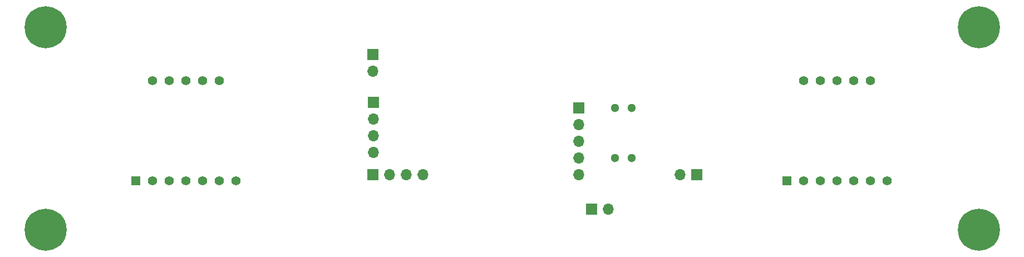
<source format=gbr>
%TF.GenerationSoftware,KiCad,Pcbnew,(5.1.9)-1*%
%TF.CreationDate,2021-04-24T21:51:37+02:00*%
%TF.ProjectId,Hoofdbord,486f6f66-6462-46f7-9264-2e6b69636164,rev?*%
%TF.SameCoordinates,Original*%
%TF.FileFunction,Soldermask,Bot*%
%TF.FilePolarity,Negative*%
%FSLAX46Y46*%
G04 Gerber Fmt 4.6, Leading zero omitted, Abs format (unit mm)*
G04 Created by KiCad (PCBNEW (5.1.9)-1) date 2021-04-24 21:51:37*
%MOMM*%
%LPD*%
G01*
G04 APERTURE LIST*
%ADD10R,1.416000X1.416000*%
%ADD11C,1.416000*%
%ADD12C,6.400000*%
%ADD13C,0.800000*%
%ADD14O,1.700000X1.700000*%
%ADD15R,1.700000X1.700000*%
%ADD16C,1.300000*%
G04 APERTURE END LIST*
D10*
%TO.C,DS1*%
X206883000Y-83185000D03*
D11*
X209423000Y-83185000D03*
X211963000Y-83185000D03*
X214503000Y-83185000D03*
X217043000Y-83185000D03*
X219583000Y-83185000D03*
X222123000Y-83185000D03*
X219583000Y-67945000D03*
X217043000Y-67945000D03*
X214503000Y-67945000D03*
X211963000Y-67945000D03*
X209423000Y-67945000D03*
%TD*%
D12*
%TO.C,*%
X94107000Y-59817000D03*
D13*
X96507000Y-59817000D03*
X95804056Y-61514056D03*
X94107000Y-62217000D03*
X92409944Y-61514056D03*
X91707000Y-59817000D03*
X92409944Y-58119944D03*
X94107000Y-57417000D03*
X95804056Y-58119944D03*
%TD*%
D12*
%TO.C,*%
X236093000Y-90678000D03*
D13*
X238493000Y-90678000D03*
X237790056Y-92375056D03*
X236093000Y-93078000D03*
X234395944Y-92375056D03*
X233693000Y-90678000D03*
X234395944Y-88980944D03*
X236093000Y-88278000D03*
X237790056Y-88980944D03*
%TD*%
D12*
%TO.C,*%
X94107000Y-90678000D03*
D13*
X96507000Y-90678000D03*
X95804056Y-92375056D03*
X94107000Y-93078000D03*
X92409944Y-92375056D03*
X91707000Y-90678000D03*
X92409944Y-88980944D03*
X94107000Y-88278000D03*
X95804056Y-88980944D03*
%TD*%
D12*
%TO.C,*%
X236093000Y-59817000D03*
D13*
X238493000Y-59817000D03*
X237790056Y-61514056D03*
X236093000Y-62217000D03*
X234395944Y-61514056D03*
X233693000Y-59817000D03*
X234395944Y-58119944D03*
X236093000Y-57417000D03*
X237790056Y-58119944D03*
%TD*%
D14*
%TO.C,SW2*%
X190627000Y-82296000D03*
D15*
X193167000Y-82296000D03*
%TD*%
D14*
%TO.C,J3*%
X175260000Y-82296000D03*
X175260000Y-79756000D03*
X175260000Y-77216000D03*
X175260000Y-74676000D03*
D15*
X175260000Y-72136000D03*
%TD*%
D14*
%TO.C,J4*%
X151511000Y-82296000D03*
X148971000Y-82296000D03*
X146431000Y-82296000D03*
D15*
X143891000Y-82296000D03*
%TD*%
D16*
%TO.C,SW3*%
X180721000Y-72136000D03*
X183261000Y-72136000D03*
X183261000Y-79756000D03*
X180721000Y-79756000D03*
%TD*%
D14*
%TO.C,SW1*%
X179705000Y-87503000D03*
D15*
X177165000Y-87503000D03*
%TD*%
%TO.C,J1*%
X144018000Y-71247000D03*
D14*
X144018000Y-73787000D03*
X144018000Y-76327000D03*
X144018000Y-78867000D03*
%TD*%
%TO.C,J2*%
X143954500Y-66548000D03*
D15*
X143954500Y-64008000D03*
%TD*%
D11*
%TO.C,DS2*%
X110363000Y-67945000D03*
X112903000Y-67945000D03*
X115443000Y-67945000D03*
X117983000Y-67945000D03*
X120523000Y-67945000D03*
X123063000Y-83185000D03*
X120523000Y-83185000D03*
X117983000Y-83185000D03*
X115443000Y-83185000D03*
X112903000Y-83185000D03*
X110363000Y-83185000D03*
D10*
X107823000Y-83185000D03*
%TD*%
M02*

</source>
